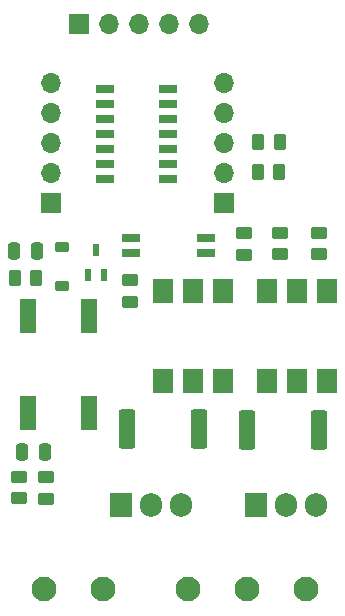
<source format=gbr>
%TF.GenerationSoftware,KiCad,Pcbnew,7.0.6-1.fc38*%
%TF.CreationDate,2023-08-19T18:40:52-03:00*%
%TF.ProjectId,CeilingFanControl,4365696c-696e-4674-9661-6e436f6e7472,rev?*%
%TF.SameCoordinates,Original*%
%TF.FileFunction,Soldermask,Bot*%
%TF.FilePolarity,Negative*%
%FSLAX46Y46*%
G04 Gerber Fmt 4.6, Leading zero omitted, Abs format (unit mm)*
G04 Created by KiCad (PCBNEW 7.0.6-1.fc38) date 2023-08-19 18:40:52*
%MOMM*%
%LPD*%
G01*
G04 APERTURE LIST*
G04 Aperture macros list*
%AMRoundRect*
0 Rectangle with rounded corners*
0 $1 Rounding radius*
0 $2 $3 $4 $5 $6 $7 $8 $9 X,Y pos of 4 corners*
0 Add a 4 corners polygon primitive as box body*
4,1,4,$2,$3,$4,$5,$6,$7,$8,$9,$2,$3,0*
0 Add four circle primitives for the rounded corners*
1,1,$1+$1,$2,$3*
1,1,$1+$1,$4,$5*
1,1,$1+$1,$6,$7*
1,1,$1+$1,$8,$9*
0 Add four rect primitives between the rounded corners*
20,1,$1+$1,$2,$3,$4,$5,0*
20,1,$1+$1,$4,$5,$6,$7,0*
20,1,$1+$1,$6,$7,$8,$9,0*
20,1,$1+$1,$8,$9,$2,$3,0*%
G04 Aperture macros list end*
%ADD10R,1.700000X1.700000*%
%ADD11O,1.700000X1.700000*%
%ADD12C,2.100000*%
%ADD13O,1.905000X2.000000*%
%ADD14R,1.905000X2.000000*%
%ADD15R,1.350000X2.850000*%
%ADD16RoundRect,0.250000X-0.250000X-0.475000X0.250000X-0.475000X0.250000X0.475000X-0.250000X0.475000X0*%
%ADD17R,1.650000X0.650000*%
%ADD18R,1.780000X2.000000*%
%ADD19RoundRect,0.250000X0.450000X-0.262500X0.450000X0.262500X-0.450000X0.262500X-0.450000X-0.262500X0*%
%ADD20RoundRect,0.250000X-0.450000X0.262500X-0.450000X-0.262500X0.450000X-0.262500X0.450000X0.262500X0*%
%ADD21R,1.500000X0.650000*%
%ADD22RoundRect,0.249999X0.450001X1.425001X-0.450001X1.425001X-0.450001X-1.425001X0.450001X-1.425001X0*%
%ADD23RoundRect,0.250000X0.262500X0.450000X-0.262500X0.450000X-0.262500X-0.450000X0.262500X-0.450000X0*%
%ADD24RoundRect,0.225000X0.375000X-0.225000X0.375000X0.225000X-0.375000X0.225000X-0.375000X-0.225000X0*%
%ADD25R,0.500000X1.050000*%
G04 APERTURE END LIST*
D10*
%TO.C,J2*%
X21870000Y-19330000D03*
D11*
X24410000Y-19330000D03*
X26950000Y-19330000D03*
X29490000Y-19330000D03*
X32030000Y-19330000D03*
%TD*%
D12*
%TO.C,J1*%
X18900000Y-67150000D03*
X23900000Y-67150000D03*
%TD*%
D10*
%TO.C,J3*%
X19450000Y-34450000D03*
D11*
X19450000Y-31910000D03*
X19450000Y-29370000D03*
X19450000Y-26830000D03*
X19450000Y-24290000D03*
%TD*%
D13*
%TO.C,Q3*%
X41870000Y-60010000D03*
X39330000Y-60010000D03*
D14*
X36790000Y-60010000D03*
%TD*%
D10*
%TO.C,J5*%
X34100000Y-34450000D03*
D11*
X34100000Y-31910000D03*
X34100000Y-29370000D03*
X34100000Y-26830000D03*
X34100000Y-24290000D03*
%TD*%
D12*
%TO.C,J4*%
X41050000Y-67150000D03*
X36050000Y-67150000D03*
X31050000Y-67150000D03*
%TD*%
D13*
%TO.C,Q2*%
X30500000Y-60070000D03*
X27960000Y-60070000D03*
D14*
X25420000Y-60070000D03*
%TD*%
D15*
%TO.C,BR1*%
X22660000Y-52260000D03*
X17560000Y-52260000D03*
X17560000Y-44060000D03*
X22660000Y-44060000D03*
%TD*%
D16*
%TO.C,C2*%
X16350000Y-38500000D03*
X18250000Y-38500000D03*
%TD*%
%TO.C,C1*%
X17050000Y-55570000D03*
X18950000Y-55570000D03*
%TD*%
D17*
%TO.C,Q4*%
X26220000Y-38690000D03*
X26220000Y-37420000D03*
X32620000Y-37420000D03*
X32620000Y-38690000D03*
%TD*%
D18*
%TO.C,U2*%
X28930000Y-41900000D03*
X31470000Y-41900000D03*
X34010000Y-41900000D03*
X34010000Y-49520000D03*
X31470000Y-49520000D03*
X28930000Y-49520000D03*
%TD*%
D19*
%TO.C,R1*%
X19090000Y-59505000D03*
X19090000Y-57680000D03*
%TD*%
D20*
%TO.C,R4*%
X26120000Y-41010000D03*
X26120000Y-42835000D03*
%TD*%
D21*
%TO.C,IC1*%
X24010000Y-32470000D03*
X24010000Y-31200000D03*
X24010000Y-29930000D03*
X24010000Y-28660000D03*
X24010000Y-27390000D03*
X24010000Y-26120000D03*
X24010000Y-24850000D03*
X29410000Y-24850000D03*
X29410000Y-26120000D03*
X29410000Y-27390000D03*
X29410000Y-28660000D03*
X29410000Y-29930000D03*
X29410000Y-31200000D03*
X29410000Y-32470000D03*
%TD*%
D22*
%TO.C,R10*%
X31980000Y-53610000D03*
X25880000Y-53610000D03*
%TD*%
D20*
%TO.C,R5*%
X35850000Y-37037500D03*
X35850000Y-38862500D03*
%TD*%
D23*
%TO.C,R3*%
X18220000Y-40820000D03*
X16395000Y-40820000D03*
%TD*%
%TO.C,R7*%
X38825000Y-29340000D03*
X37000000Y-29340000D03*
%TD*%
D20*
%TO.C,R9*%
X42170000Y-36987500D03*
X42170000Y-38812500D03*
%TD*%
D24*
%TO.C,D1*%
X20420000Y-41510000D03*
X20420000Y-38210000D03*
%TD*%
D22*
%TO.C,R11*%
X42130000Y-53670000D03*
X36030000Y-53670000D03*
%TD*%
D18*
%TO.C,U3*%
X37730000Y-41960000D03*
X40270000Y-41960000D03*
X42810000Y-41960000D03*
X42810000Y-49580000D03*
X40270000Y-49580000D03*
X37730000Y-49580000D03*
%TD*%
D19*
%TO.C,R2*%
X16730000Y-59465000D03*
X16730000Y-57640000D03*
%TD*%
D25*
%TO.C,Q1*%
X23940000Y-40550000D03*
X22640000Y-40550000D03*
X23290000Y-38450000D03*
%TD*%
D23*
%TO.C,R6*%
X38782500Y-31850000D03*
X36957500Y-31850000D03*
%TD*%
D20*
%TO.C,R8*%
X38870000Y-36997500D03*
X38870000Y-38822500D03*
%TD*%
M02*

</source>
